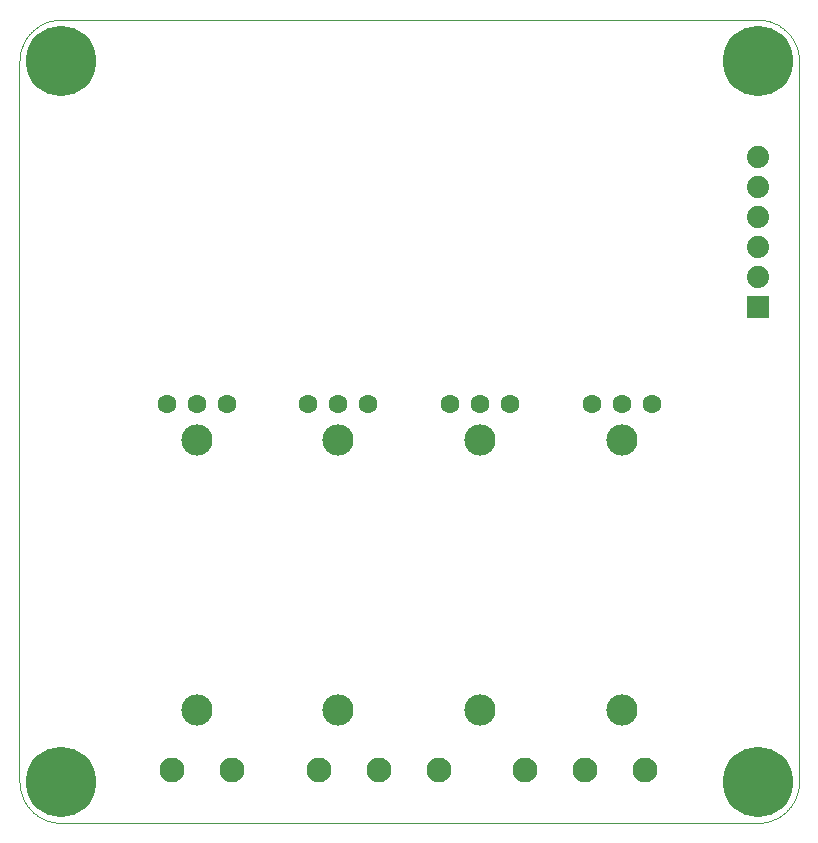
<source format=gbs>
G75*
%MOIN*%
%OFA0B0*%
%FSLAX25Y25*%
%IPPOS*%
%LPD*%
%AMOC8*
5,1,8,0,0,1.08239X$1,22.5*
%
%ADD10C,0.00000*%
%ADD11C,0.10400*%
%ADD12C,0.23400*%
%ADD13C,0.08274*%
%ADD14C,0.06306*%
%ADD15R,0.07400X0.07400*%
%ADD16C,0.07400*%
D10*
X0024622Y0016411D02*
X0256906Y0016411D01*
X0256906Y0016410D02*
X0257239Y0016414D01*
X0257572Y0016426D01*
X0257904Y0016446D01*
X0258236Y0016474D01*
X0258567Y0016510D01*
X0258897Y0016555D01*
X0259226Y0016607D01*
X0259554Y0016667D01*
X0259880Y0016735D01*
X0260204Y0016810D01*
X0260526Y0016894D01*
X0260846Y0016985D01*
X0261164Y0017084D01*
X0261480Y0017191D01*
X0261792Y0017305D01*
X0262102Y0017427D01*
X0262409Y0017557D01*
X0262713Y0017693D01*
X0263013Y0017837D01*
X0263310Y0017988D01*
X0263603Y0018147D01*
X0263892Y0018312D01*
X0264177Y0018484D01*
X0264458Y0018663D01*
X0264734Y0018849D01*
X0265006Y0019042D01*
X0265273Y0019241D01*
X0265535Y0019446D01*
X0265792Y0019658D01*
X0266044Y0019876D01*
X0266290Y0020099D01*
X0266531Y0020329D01*
X0266767Y0020565D01*
X0266997Y0020806D01*
X0267220Y0021052D01*
X0267438Y0021304D01*
X0267650Y0021561D01*
X0267855Y0021823D01*
X0268054Y0022090D01*
X0268247Y0022362D01*
X0268433Y0022638D01*
X0268612Y0022919D01*
X0268784Y0023204D01*
X0268949Y0023493D01*
X0269108Y0023786D01*
X0269259Y0024083D01*
X0269403Y0024383D01*
X0269539Y0024687D01*
X0269669Y0024994D01*
X0269791Y0025304D01*
X0269905Y0025616D01*
X0270012Y0025932D01*
X0270111Y0026250D01*
X0270202Y0026570D01*
X0270286Y0026892D01*
X0270361Y0027216D01*
X0270429Y0027542D01*
X0270489Y0027870D01*
X0270541Y0028199D01*
X0270586Y0028529D01*
X0270622Y0028860D01*
X0270650Y0029192D01*
X0270670Y0029524D01*
X0270682Y0029857D01*
X0270686Y0030190D01*
X0270685Y0030190D02*
X0270685Y0270348D01*
X0270686Y0270348D02*
X0270682Y0270681D01*
X0270670Y0271014D01*
X0270650Y0271346D01*
X0270622Y0271678D01*
X0270586Y0272009D01*
X0270541Y0272339D01*
X0270489Y0272668D01*
X0270429Y0272996D01*
X0270361Y0273322D01*
X0270286Y0273646D01*
X0270202Y0273968D01*
X0270111Y0274288D01*
X0270012Y0274606D01*
X0269905Y0274922D01*
X0269791Y0275234D01*
X0269669Y0275544D01*
X0269539Y0275851D01*
X0269403Y0276155D01*
X0269259Y0276455D01*
X0269108Y0276752D01*
X0268949Y0277045D01*
X0268784Y0277334D01*
X0268612Y0277619D01*
X0268433Y0277900D01*
X0268247Y0278176D01*
X0268054Y0278448D01*
X0267855Y0278715D01*
X0267650Y0278977D01*
X0267438Y0279234D01*
X0267220Y0279486D01*
X0266997Y0279732D01*
X0266767Y0279973D01*
X0266531Y0280209D01*
X0266290Y0280439D01*
X0266044Y0280662D01*
X0265792Y0280880D01*
X0265535Y0281092D01*
X0265273Y0281297D01*
X0265006Y0281496D01*
X0264734Y0281689D01*
X0264458Y0281875D01*
X0264177Y0282054D01*
X0263892Y0282226D01*
X0263603Y0282391D01*
X0263310Y0282550D01*
X0263013Y0282701D01*
X0262713Y0282845D01*
X0262409Y0282981D01*
X0262102Y0283111D01*
X0261792Y0283233D01*
X0261480Y0283347D01*
X0261164Y0283454D01*
X0260846Y0283553D01*
X0260526Y0283644D01*
X0260204Y0283728D01*
X0259880Y0283803D01*
X0259554Y0283871D01*
X0259226Y0283931D01*
X0258897Y0283983D01*
X0258567Y0284028D01*
X0258236Y0284064D01*
X0257904Y0284092D01*
X0257572Y0284112D01*
X0257239Y0284124D01*
X0256906Y0284128D01*
X0256906Y0284127D02*
X0024622Y0284127D01*
X0024622Y0284128D02*
X0024289Y0284124D01*
X0023956Y0284112D01*
X0023624Y0284092D01*
X0023292Y0284064D01*
X0022961Y0284028D01*
X0022631Y0283983D01*
X0022302Y0283931D01*
X0021974Y0283871D01*
X0021648Y0283803D01*
X0021324Y0283728D01*
X0021002Y0283644D01*
X0020682Y0283553D01*
X0020364Y0283454D01*
X0020048Y0283347D01*
X0019736Y0283233D01*
X0019426Y0283111D01*
X0019119Y0282981D01*
X0018815Y0282845D01*
X0018515Y0282701D01*
X0018218Y0282550D01*
X0017925Y0282391D01*
X0017636Y0282226D01*
X0017351Y0282054D01*
X0017070Y0281875D01*
X0016794Y0281689D01*
X0016522Y0281496D01*
X0016255Y0281297D01*
X0015993Y0281092D01*
X0015736Y0280880D01*
X0015484Y0280662D01*
X0015238Y0280439D01*
X0014997Y0280209D01*
X0014761Y0279973D01*
X0014531Y0279732D01*
X0014308Y0279486D01*
X0014090Y0279234D01*
X0013878Y0278977D01*
X0013673Y0278715D01*
X0013474Y0278448D01*
X0013281Y0278176D01*
X0013095Y0277900D01*
X0012916Y0277619D01*
X0012744Y0277334D01*
X0012579Y0277045D01*
X0012420Y0276752D01*
X0012269Y0276455D01*
X0012125Y0276155D01*
X0011989Y0275851D01*
X0011859Y0275544D01*
X0011737Y0275234D01*
X0011623Y0274922D01*
X0011516Y0274606D01*
X0011417Y0274288D01*
X0011326Y0273968D01*
X0011242Y0273646D01*
X0011167Y0273322D01*
X0011099Y0272996D01*
X0011039Y0272668D01*
X0010987Y0272339D01*
X0010942Y0272009D01*
X0010906Y0271678D01*
X0010878Y0271346D01*
X0010858Y0271014D01*
X0010846Y0270681D01*
X0010842Y0270348D01*
X0010843Y0270348D02*
X0010843Y0030190D01*
X0010842Y0030190D02*
X0010846Y0029857D01*
X0010858Y0029524D01*
X0010878Y0029192D01*
X0010906Y0028860D01*
X0010942Y0028529D01*
X0010987Y0028199D01*
X0011039Y0027870D01*
X0011099Y0027542D01*
X0011167Y0027216D01*
X0011242Y0026892D01*
X0011326Y0026570D01*
X0011417Y0026250D01*
X0011516Y0025932D01*
X0011623Y0025616D01*
X0011737Y0025304D01*
X0011859Y0024994D01*
X0011989Y0024687D01*
X0012125Y0024383D01*
X0012269Y0024083D01*
X0012420Y0023786D01*
X0012579Y0023493D01*
X0012744Y0023204D01*
X0012916Y0022919D01*
X0013095Y0022638D01*
X0013281Y0022362D01*
X0013474Y0022090D01*
X0013673Y0021823D01*
X0013878Y0021561D01*
X0014090Y0021304D01*
X0014308Y0021052D01*
X0014531Y0020806D01*
X0014761Y0020565D01*
X0014997Y0020329D01*
X0015238Y0020099D01*
X0015484Y0019876D01*
X0015736Y0019658D01*
X0015993Y0019446D01*
X0016255Y0019241D01*
X0016522Y0019042D01*
X0016794Y0018849D01*
X0017070Y0018663D01*
X0017351Y0018484D01*
X0017636Y0018312D01*
X0017925Y0018147D01*
X0018218Y0017988D01*
X0018515Y0017837D01*
X0018815Y0017693D01*
X0019119Y0017557D01*
X0019426Y0017427D01*
X0019736Y0017305D01*
X0020048Y0017191D01*
X0020364Y0017084D01*
X0020682Y0016985D01*
X0021002Y0016894D01*
X0021324Y0016810D01*
X0021648Y0016735D01*
X0021974Y0016667D01*
X0022302Y0016607D01*
X0022631Y0016555D01*
X0022961Y0016510D01*
X0023292Y0016474D01*
X0023624Y0016446D01*
X0023956Y0016426D01*
X0024289Y0016414D01*
X0024622Y0016410D01*
D11*
X0069898Y0054088D03*
X0117142Y0054088D03*
X0164386Y0054088D03*
X0211630Y0054088D03*
X0211630Y0144088D03*
X0164386Y0144088D03*
X0117142Y0144088D03*
X0069898Y0144088D03*
D12*
X0024622Y0030190D03*
X0024622Y0270348D03*
X0256906Y0270348D03*
X0256906Y0030190D03*
D13*
X0219504Y0034127D03*
X0199504Y0034127D03*
X0179504Y0034127D03*
X0150606Y0034127D03*
X0130606Y0034127D03*
X0110606Y0034127D03*
X0081709Y0034127D03*
X0061709Y0034127D03*
D14*
X0059898Y0156174D03*
X0069898Y0156174D03*
X0079898Y0156174D03*
X0107142Y0156174D03*
X0117142Y0156174D03*
X0127142Y0156174D03*
X0154386Y0156174D03*
X0164386Y0156174D03*
X0174386Y0156174D03*
X0201630Y0156174D03*
X0211630Y0156174D03*
X0221630Y0156174D03*
D15*
X0256906Y0188261D03*
D16*
X0256906Y0198261D03*
X0256906Y0208261D03*
X0256906Y0218261D03*
X0256906Y0228261D03*
X0256906Y0238261D03*
M02*

</source>
